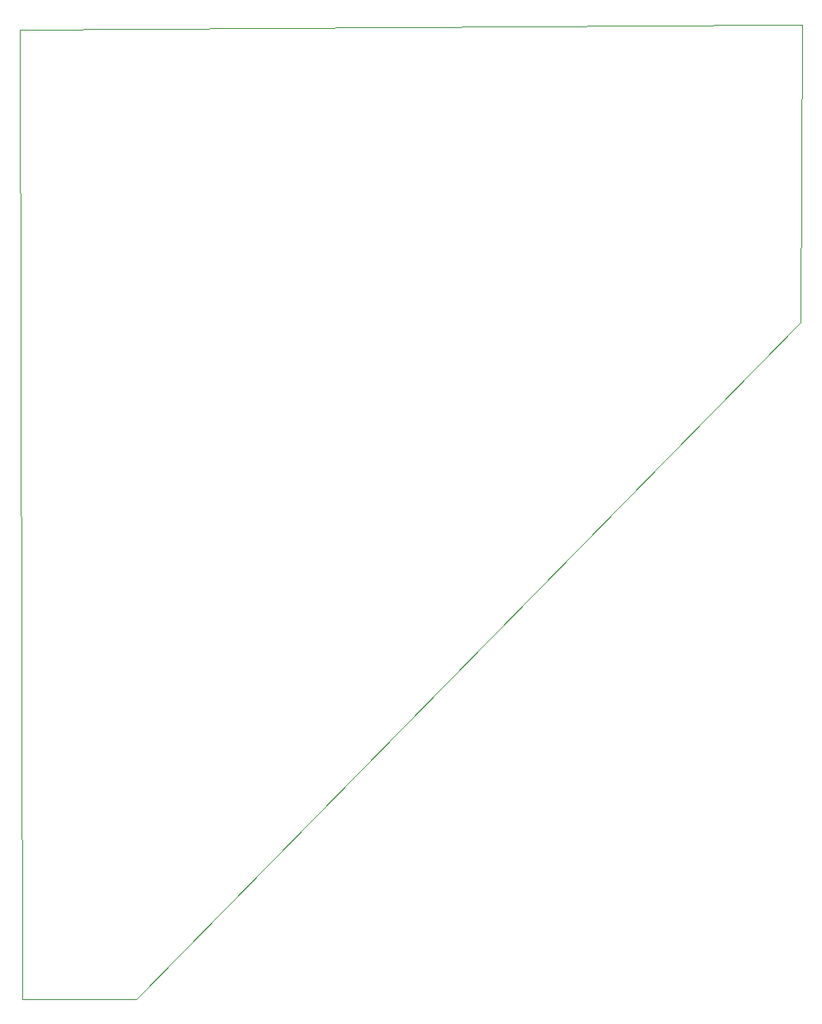
<source format=gm1>
G04 #@! TF.GenerationSoftware,KiCad,Pcbnew,(6.0.8-1)-1*
G04 #@! TF.CreationDate,2023-08-14T14:14:11-03:00*
G04 #@! TF.ProjectId,EMMMA-K-v3.1-Slave,454d4d4d-412d-44b2-9d76-332e312d536c,rev?*
G04 #@! TF.SameCoordinates,Original*
G04 #@! TF.FileFunction,Profile,NP*
%FSLAX46Y46*%
G04 Gerber Fmt 4.6, Leading zero omitted, Abs format (unit mm)*
G04 Created by KiCad (PCBNEW (6.0.8-1)-1) date 2023-08-14 14:14:11*
%MOMM*%
%LPD*%
G01*
G04 APERTURE LIST*
G04 #@! TA.AperFunction,Profile*
%ADD10C,0.100000*%
G04 #@! TD*
G04 APERTURE END LIST*
D10*
X220217902Y-70681955D02*
X152145902Y-140023955D01*
X140461902Y-140023955D01*
X140207902Y-40709955D01*
X217677902Y-40201955D01*
X220339902Y-40201955D01*
X220217902Y-70681955D01*
M02*

</source>
